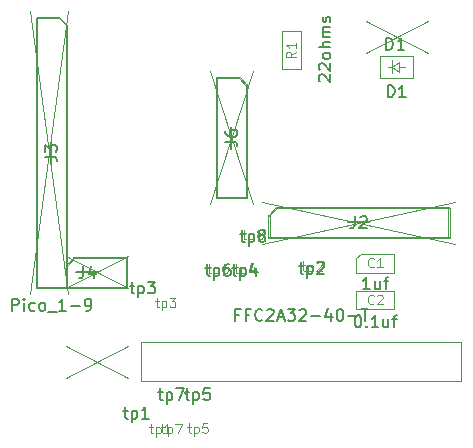
<source format=gbr>
%TF.GenerationSoftware,KiCad,Pcbnew,9.0.0*%
%TF.CreationDate,2025-05-12T14:44:43+01:00*%
%TF.ProjectId,KiCAD_uPicomac3_2,4b694341-445f-4755-9069-636f6d616333,rev?*%
%TF.SameCoordinates,Original*%
%TF.FileFunction,AssemblyDrawing,Top*%
%FSLAX46Y46*%
G04 Gerber Fmt 4.6, Leading zero omitted, Abs format (unit mm)*
G04 Created by KiCad (PCBNEW 9.0.0) date 2025-05-12 14:44:43*
%MOMM*%
%LPD*%
G01*
G04 APERTURE LIST*
%ADD10C,0.150000*%
%ADD11C,0.125000*%
%ADD12C,0.120000*%
%ADD13C,0.100000*%
%ADD14C,0.200000*%
G04 APERTURE END LIST*
D10*
X118639972Y-74677140D02*
X118306639Y-74677140D01*
X118306639Y-75200950D02*
X118306639Y-74200950D01*
X118306639Y-74200950D02*
X118782829Y-74200950D01*
X119497115Y-74677140D02*
X119163782Y-74677140D01*
X119163782Y-75200950D02*
X119163782Y-74200950D01*
X119163782Y-74200950D02*
X119639972Y-74200950D01*
X120592353Y-75105711D02*
X120544734Y-75153331D01*
X120544734Y-75153331D02*
X120401877Y-75200950D01*
X120401877Y-75200950D02*
X120306639Y-75200950D01*
X120306639Y-75200950D02*
X120163782Y-75153331D01*
X120163782Y-75153331D02*
X120068544Y-75058092D01*
X120068544Y-75058092D02*
X120020925Y-74962854D01*
X120020925Y-74962854D02*
X119973306Y-74772378D01*
X119973306Y-74772378D02*
X119973306Y-74629521D01*
X119973306Y-74629521D02*
X120020925Y-74439045D01*
X120020925Y-74439045D02*
X120068544Y-74343807D01*
X120068544Y-74343807D02*
X120163782Y-74248569D01*
X120163782Y-74248569D02*
X120306639Y-74200950D01*
X120306639Y-74200950D02*
X120401877Y-74200950D01*
X120401877Y-74200950D02*
X120544734Y-74248569D01*
X120544734Y-74248569D02*
X120592353Y-74296188D01*
X120973306Y-74296188D02*
X121020925Y-74248569D01*
X121020925Y-74248569D02*
X121116163Y-74200950D01*
X121116163Y-74200950D02*
X121354258Y-74200950D01*
X121354258Y-74200950D02*
X121449496Y-74248569D01*
X121449496Y-74248569D02*
X121497115Y-74296188D01*
X121497115Y-74296188D02*
X121544734Y-74391426D01*
X121544734Y-74391426D02*
X121544734Y-74486664D01*
X121544734Y-74486664D02*
X121497115Y-74629521D01*
X121497115Y-74629521D02*
X120925687Y-75200950D01*
X120925687Y-75200950D02*
X121544734Y-75200950D01*
X121925687Y-74915235D02*
X122401877Y-74915235D01*
X121830449Y-75200950D02*
X122163782Y-74200950D01*
X122163782Y-74200950D02*
X122497115Y-75200950D01*
X122735211Y-74200950D02*
X123354258Y-74200950D01*
X123354258Y-74200950D02*
X123020925Y-74581902D01*
X123020925Y-74581902D02*
X123163782Y-74581902D01*
X123163782Y-74581902D02*
X123259020Y-74629521D01*
X123259020Y-74629521D02*
X123306639Y-74677140D01*
X123306639Y-74677140D02*
X123354258Y-74772378D01*
X123354258Y-74772378D02*
X123354258Y-75010473D01*
X123354258Y-75010473D02*
X123306639Y-75105711D01*
X123306639Y-75105711D02*
X123259020Y-75153331D01*
X123259020Y-75153331D02*
X123163782Y-75200950D01*
X123163782Y-75200950D02*
X122878068Y-75200950D01*
X122878068Y-75200950D02*
X122782830Y-75153331D01*
X122782830Y-75153331D02*
X122735211Y-75105711D01*
X123735211Y-74296188D02*
X123782830Y-74248569D01*
X123782830Y-74248569D02*
X123878068Y-74200950D01*
X123878068Y-74200950D02*
X124116163Y-74200950D01*
X124116163Y-74200950D02*
X124211401Y-74248569D01*
X124211401Y-74248569D02*
X124259020Y-74296188D01*
X124259020Y-74296188D02*
X124306639Y-74391426D01*
X124306639Y-74391426D02*
X124306639Y-74486664D01*
X124306639Y-74486664D02*
X124259020Y-74629521D01*
X124259020Y-74629521D02*
X123687592Y-75200950D01*
X123687592Y-75200950D02*
X124306639Y-75200950D01*
X124735211Y-74819997D02*
X125497116Y-74819997D01*
X126401877Y-74534283D02*
X126401877Y-75200950D01*
X126163782Y-74153331D02*
X125925687Y-74867616D01*
X125925687Y-74867616D02*
X126544734Y-74867616D01*
X127116163Y-74200950D02*
X127211401Y-74200950D01*
X127211401Y-74200950D02*
X127306639Y-74248569D01*
X127306639Y-74248569D02*
X127354258Y-74296188D01*
X127354258Y-74296188D02*
X127401877Y-74391426D01*
X127401877Y-74391426D02*
X127449496Y-74581902D01*
X127449496Y-74581902D02*
X127449496Y-74819997D01*
X127449496Y-74819997D02*
X127401877Y-75010473D01*
X127401877Y-75010473D02*
X127354258Y-75105711D01*
X127354258Y-75105711D02*
X127306639Y-75153331D01*
X127306639Y-75153331D02*
X127211401Y-75200950D01*
X127211401Y-75200950D02*
X127116163Y-75200950D01*
X127116163Y-75200950D02*
X127020925Y-75153331D01*
X127020925Y-75153331D02*
X126973306Y-75105711D01*
X126973306Y-75105711D02*
X126925687Y-75010473D01*
X126925687Y-75010473D02*
X126878068Y-74819997D01*
X126878068Y-74819997D02*
X126878068Y-74581902D01*
X126878068Y-74581902D02*
X126925687Y-74391426D01*
X126925687Y-74391426D02*
X126973306Y-74296188D01*
X126973306Y-74296188D02*
X127020925Y-74248569D01*
X127020925Y-74248569D02*
X127116163Y-74200950D01*
X127878068Y-74819997D02*
X128639973Y-74819997D01*
X128973306Y-74200950D02*
X129544734Y-74200950D01*
X129259020Y-75200950D02*
X129259020Y-74200950D01*
D11*
X111031993Y-84205854D02*
X111336755Y-84205854D01*
X111146279Y-83939188D02*
X111146279Y-84624902D01*
X111146279Y-84624902D02*
X111184374Y-84701093D01*
X111184374Y-84701093D02*
X111260564Y-84739188D01*
X111260564Y-84739188D02*
X111336755Y-84739188D01*
X111603422Y-84205854D02*
X111603422Y-85005854D01*
X111603422Y-84243950D02*
X111679612Y-84205854D01*
X111679612Y-84205854D02*
X111831993Y-84205854D01*
X111831993Y-84205854D02*
X111908184Y-84243950D01*
X111908184Y-84243950D02*
X111946279Y-84282045D01*
X111946279Y-84282045D02*
X111984374Y-84358235D01*
X111984374Y-84358235D02*
X111984374Y-84586807D01*
X111984374Y-84586807D02*
X111946279Y-84662997D01*
X111946279Y-84662997D02*
X111908184Y-84701093D01*
X111908184Y-84701093D02*
X111831993Y-84739188D01*
X111831993Y-84739188D02*
X111679612Y-84739188D01*
X111679612Y-84739188D02*
X111603422Y-84701093D01*
X112746279Y-84739188D02*
X112289136Y-84739188D01*
X112517708Y-84739188D02*
X112517708Y-83939188D01*
X112517708Y-83939188D02*
X112441517Y-84053473D01*
X112441517Y-84053473D02*
X112365327Y-84129664D01*
X112365327Y-84129664D02*
X112289136Y-84167759D01*
D10*
X108821840Y-82812285D02*
X109202792Y-82812285D01*
X108964697Y-82478952D02*
X108964697Y-83336094D01*
X108964697Y-83336094D02*
X109012316Y-83431333D01*
X109012316Y-83431333D02*
X109107554Y-83478952D01*
X109107554Y-83478952D02*
X109202792Y-83478952D01*
X109536126Y-82812285D02*
X109536126Y-83812285D01*
X109536126Y-82859904D02*
X109631364Y-82812285D01*
X109631364Y-82812285D02*
X109821840Y-82812285D01*
X109821840Y-82812285D02*
X109917078Y-82859904D01*
X109917078Y-82859904D02*
X109964697Y-82907523D01*
X109964697Y-82907523D02*
X110012316Y-83002761D01*
X110012316Y-83002761D02*
X110012316Y-83288475D01*
X110012316Y-83288475D02*
X109964697Y-83383713D01*
X109964697Y-83383713D02*
X109917078Y-83431333D01*
X109917078Y-83431333D02*
X109821840Y-83478952D01*
X109821840Y-83478952D02*
X109631364Y-83478952D01*
X109631364Y-83478952D02*
X109536126Y-83431333D01*
X110964697Y-83478952D02*
X110393269Y-83478952D01*
X110678983Y-83478952D02*
X110678983Y-82478952D01*
X110678983Y-82478952D02*
X110583745Y-82621809D01*
X110583745Y-82621809D02*
X110488507Y-82717047D01*
X110488507Y-82717047D02*
X110393269Y-82764666D01*
X117459819Y-60033333D02*
X118174104Y-60033333D01*
X118174104Y-60033333D02*
X118316961Y-60080952D01*
X118316961Y-60080952D02*
X118412200Y-60176190D01*
X118412200Y-60176190D02*
X118459819Y-60319047D01*
X118459819Y-60319047D02*
X118459819Y-60414285D01*
X117459819Y-59128571D02*
X117459819Y-59319047D01*
X117459819Y-59319047D02*
X117507438Y-59414285D01*
X117507438Y-59414285D02*
X117555057Y-59461904D01*
X117555057Y-59461904D02*
X117697914Y-59557142D01*
X117697914Y-59557142D02*
X117888390Y-59604761D01*
X117888390Y-59604761D02*
X118269342Y-59604761D01*
X118269342Y-59604761D02*
X118364580Y-59557142D01*
X118364580Y-59557142D02*
X118412200Y-59509523D01*
X118412200Y-59509523D02*
X118459819Y-59414285D01*
X118459819Y-59414285D02*
X118459819Y-59223809D01*
X118459819Y-59223809D02*
X118412200Y-59128571D01*
X118412200Y-59128571D02*
X118364580Y-59080952D01*
X118364580Y-59080952D02*
X118269342Y-59033333D01*
X118269342Y-59033333D02*
X118031247Y-59033333D01*
X118031247Y-59033333D02*
X117936009Y-59080952D01*
X117936009Y-59080952D02*
X117888390Y-59128571D01*
X117888390Y-59128571D02*
X117840771Y-59223809D01*
X117840771Y-59223809D02*
X117840771Y-59414285D01*
X117840771Y-59414285D02*
X117888390Y-59509523D01*
X117888390Y-59509523D02*
X117936009Y-59557142D01*
X117936009Y-59557142D02*
X118031247Y-59604761D01*
X117959819Y-60633576D02*
X117959819Y-58808333D01*
X129690897Y-72530422D02*
X129119469Y-72530422D01*
X129405183Y-72530422D02*
X129405183Y-71530422D01*
X129405183Y-71530422D02*
X129309945Y-71673279D01*
X129309945Y-71673279D02*
X129214707Y-71768517D01*
X129214707Y-71768517D02*
X129119469Y-71816136D01*
X130548040Y-71863755D02*
X130548040Y-72530422D01*
X130119469Y-71863755D02*
X130119469Y-72387564D01*
X130119469Y-72387564D02*
X130167088Y-72482803D01*
X130167088Y-72482803D02*
X130262326Y-72530422D01*
X130262326Y-72530422D02*
X130405183Y-72530422D01*
X130405183Y-72530422D02*
X130500421Y-72482803D01*
X130500421Y-72482803D02*
X130548040Y-72435183D01*
X130881374Y-71863755D02*
X131262326Y-71863755D01*
X131024231Y-72530422D02*
X131024231Y-71673279D01*
X131024231Y-71673279D02*
X131071850Y-71578041D01*
X131071850Y-71578041D02*
X131167088Y-71530422D01*
X131167088Y-71530422D02*
X131262326Y-71530422D01*
D12*
X130009946Y-70613267D02*
X129971850Y-70651363D01*
X129971850Y-70651363D02*
X129857565Y-70689458D01*
X129857565Y-70689458D02*
X129781374Y-70689458D01*
X129781374Y-70689458D02*
X129667088Y-70651363D01*
X129667088Y-70651363D02*
X129590898Y-70575172D01*
X129590898Y-70575172D02*
X129552803Y-70498982D01*
X129552803Y-70498982D02*
X129514707Y-70346601D01*
X129514707Y-70346601D02*
X129514707Y-70232315D01*
X129514707Y-70232315D02*
X129552803Y-70079934D01*
X129552803Y-70079934D02*
X129590898Y-70003743D01*
X129590898Y-70003743D02*
X129667088Y-69927553D01*
X129667088Y-69927553D02*
X129781374Y-69889458D01*
X129781374Y-69889458D02*
X129857565Y-69889458D01*
X129857565Y-69889458D02*
X129971850Y-69927553D01*
X129971850Y-69927553D02*
X130009946Y-69965648D01*
X130771850Y-70689458D02*
X130314707Y-70689458D01*
X130543279Y-70689458D02*
X130543279Y-69889458D01*
X130543279Y-69889458D02*
X130467088Y-70003743D01*
X130467088Y-70003743D02*
X130390898Y-70079934D01*
X130390898Y-70079934D02*
X130314707Y-70118029D01*
D10*
X128648279Y-74745422D02*
X128743517Y-74745422D01*
X128743517Y-74745422D02*
X128838755Y-74793041D01*
X128838755Y-74793041D02*
X128886374Y-74840660D01*
X128886374Y-74840660D02*
X128933993Y-74935898D01*
X128933993Y-74935898D02*
X128981612Y-75126374D01*
X128981612Y-75126374D02*
X128981612Y-75364469D01*
X128981612Y-75364469D02*
X128933993Y-75554945D01*
X128933993Y-75554945D02*
X128886374Y-75650183D01*
X128886374Y-75650183D02*
X128838755Y-75697803D01*
X128838755Y-75697803D02*
X128743517Y-75745422D01*
X128743517Y-75745422D02*
X128648279Y-75745422D01*
X128648279Y-75745422D02*
X128553041Y-75697803D01*
X128553041Y-75697803D02*
X128505422Y-75650183D01*
X128505422Y-75650183D02*
X128457803Y-75554945D01*
X128457803Y-75554945D02*
X128410184Y-75364469D01*
X128410184Y-75364469D02*
X128410184Y-75126374D01*
X128410184Y-75126374D02*
X128457803Y-74935898D01*
X128457803Y-74935898D02*
X128505422Y-74840660D01*
X128505422Y-74840660D02*
X128553041Y-74793041D01*
X128553041Y-74793041D02*
X128648279Y-74745422D01*
X129410184Y-75650183D02*
X129457803Y-75697803D01*
X129457803Y-75697803D02*
X129410184Y-75745422D01*
X129410184Y-75745422D02*
X129362565Y-75697803D01*
X129362565Y-75697803D02*
X129410184Y-75650183D01*
X129410184Y-75650183D02*
X129410184Y-75745422D01*
X130410183Y-75745422D02*
X129838755Y-75745422D01*
X130124469Y-75745422D02*
X130124469Y-74745422D01*
X130124469Y-74745422D02*
X130029231Y-74888279D01*
X130029231Y-74888279D02*
X129933993Y-74983517D01*
X129933993Y-74983517D02*
X129838755Y-75031136D01*
X131267326Y-75078755D02*
X131267326Y-75745422D01*
X130838755Y-75078755D02*
X130838755Y-75602564D01*
X130838755Y-75602564D02*
X130886374Y-75697803D01*
X130886374Y-75697803D02*
X130981612Y-75745422D01*
X130981612Y-75745422D02*
X131124469Y-75745422D01*
X131124469Y-75745422D02*
X131219707Y-75697803D01*
X131219707Y-75697803D02*
X131267326Y-75650183D01*
X131600660Y-75078755D02*
X131981612Y-75078755D01*
X131743517Y-75745422D02*
X131743517Y-74888279D01*
X131743517Y-74888279D02*
X131791136Y-74793041D01*
X131791136Y-74793041D02*
X131886374Y-74745422D01*
X131886374Y-74745422D02*
X131981612Y-74745422D01*
D12*
X130014946Y-73728267D02*
X129976850Y-73766363D01*
X129976850Y-73766363D02*
X129862565Y-73804458D01*
X129862565Y-73804458D02*
X129786374Y-73804458D01*
X129786374Y-73804458D02*
X129672088Y-73766363D01*
X129672088Y-73766363D02*
X129595898Y-73690172D01*
X129595898Y-73690172D02*
X129557803Y-73613982D01*
X129557803Y-73613982D02*
X129519707Y-73461601D01*
X129519707Y-73461601D02*
X129519707Y-73347315D01*
X129519707Y-73347315D02*
X129557803Y-73194934D01*
X129557803Y-73194934D02*
X129595898Y-73118743D01*
X129595898Y-73118743D02*
X129672088Y-73042553D01*
X129672088Y-73042553D02*
X129786374Y-73004458D01*
X129786374Y-73004458D02*
X129862565Y-73004458D01*
X129862565Y-73004458D02*
X129976850Y-73042553D01*
X129976850Y-73042553D02*
X130014946Y-73080648D01*
X130319707Y-73080648D02*
X130357803Y-73042553D01*
X130357803Y-73042553D02*
X130433993Y-73004458D01*
X130433993Y-73004458D02*
X130624469Y-73004458D01*
X130624469Y-73004458D02*
X130700660Y-73042553D01*
X130700660Y-73042553D02*
X130738755Y-73080648D01*
X130738755Y-73080648D02*
X130776850Y-73156839D01*
X130776850Y-73156839D02*
X130776850Y-73233029D01*
X130776850Y-73233029D02*
X130738755Y-73347315D01*
X130738755Y-73347315D02*
X130281612Y-73804458D01*
X130281612Y-73804458D02*
X130776850Y-73804458D01*
D11*
X115953266Y-70630261D02*
X116258028Y-70630261D01*
X116067552Y-70363595D02*
X116067552Y-71049309D01*
X116067552Y-71049309D02*
X116105647Y-71125500D01*
X116105647Y-71125500D02*
X116181837Y-71163595D01*
X116181837Y-71163595D02*
X116258028Y-71163595D01*
X116524695Y-70630261D02*
X116524695Y-71430261D01*
X116524695Y-70668357D02*
X116600885Y-70630261D01*
X116600885Y-70630261D02*
X116753266Y-70630261D01*
X116753266Y-70630261D02*
X116829457Y-70668357D01*
X116829457Y-70668357D02*
X116867552Y-70706452D01*
X116867552Y-70706452D02*
X116905647Y-70782642D01*
X116905647Y-70782642D02*
X116905647Y-71011214D01*
X116905647Y-71011214D02*
X116867552Y-71087404D01*
X116867552Y-71087404D02*
X116829457Y-71125500D01*
X116829457Y-71125500D02*
X116753266Y-71163595D01*
X116753266Y-71163595D02*
X116600885Y-71163595D01*
X116600885Y-71163595D02*
X116524695Y-71125500D01*
X117591362Y-70363595D02*
X117438981Y-70363595D01*
X117438981Y-70363595D02*
X117362790Y-70401690D01*
X117362790Y-70401690D02*
X117324695Y-70439785D01*
X117324695Y-70439785D02*
X117248505Y-70554071D01*
X117248505Y-70554071D02*
X117210409Y-70706452D01*
X117210409Y-70706452D02*
X117210409Y-71011214D01*
X117210409Y-71011214D02*
X117248505Y-71087404D01*
X117248505Y-71087404D02*
X117286600Y-71125500D01*
X117286600Y-71125500D02*
X117362790Y-71163595D01*
X117362790Y-71163595D02*
X117515171Y-71163595D01*
X117515171Y-71163595D02*
X117591362Y-71125500D01*
X117591362Y-71125500D02*
X117629457Y-71087404D01*
X117629457Y-71087404D02*
X117667552Y-71011214D01*
X117667552Y-71011214D02*
X117667552Y-70820738D01*
X117667552Y-70820738D02*
X117629457Y-70744547D01*
X117629457Y-70744547D02*
X117591362Y-70706452D01*
X117591362Y-70706452D02*
X117515171Y-70668357D01*
X117515171Y-70668357D02*
X117362790Y-70668357D01*
X117362790Y-70668357D02*
X117286600Y-70706452D01*
X117286600Y-70706452D02*
X117248505Y-70744547D01*
X117248505Y-70744547D02*
X117210409Y-70820738D01*
D10*
X115761322Y-70723320D02*
X116142274Y-70723320D01*
X115904179Y-70389987D02*
X115904179Y-71247129D01*
X115904179Y-71247129D02*
X115951798Y-71342368D01*
X115951798Y-71342368D02*
X116047036Y-71389987D01*
X116047036Y-71389987D02*
X116142274Y-71389987D01*
X116475608Y-70723320D02*
X116475608Y-71723320D01*
X116475608Y-70770939D02*
X116570846Y-70723320D01*
X116570846Y-70723320D02*
X116761322Y-70723320D01*
X116761322Y-70723320D02*
X116856560Y-70770939D01*
X116856560Y-70770939D02*
X116904179Y-70818558D01*
X116904179Y-70818558D02*
X116951798Y-70913796D01*
X116951798Y-70913796D02*
X116951798Y-71199510D01*
X116951798Y-71199510D02*
X116904179Y-71294748D01*
X116904179Y-71294748D02*
X116856560Y-71342368D01*
X116856560Y-71342368D02*
X116761322Y-71389987D01*
X116761322Y-71389987D02*
X116570846Y-71389987D01*
X116570846Y-71389987D02*
X116475608Y-71342368D01*
X117808941Y-70389987D02*
X117618465Y-70389987D01*
X117618465Y-70389987D02*
X117523227Y-70437606D01*
X117523227Y-70437606D02*
X117475608Y-70485225D01*
X117475608Y-70485225D02*
X117380370Y-70628082D01*
X117380370Y-70628082D02*
X117332751Y-70818558D01*
X117332751Y-70818558D02*
X117332751Y-71199510D01*
X117332751Y-71199510D02*
X117380370Y-71294748D01*
X117380370Y-71294748D02*
X117427989Y-71342368D01*
X117427989Y-71342368D02*
X117523227Y-71389987D01*
X117523227Y-71389987D02*
X117713703Y-71389987D01*
X117713703Y-71389987D02*
X117808941Y-71342368D01*
X117808941Y-71342368D02*
X117856560Y-71294748D01*
X117856560Y-71294748D02*
X117904179Y-71199510D01*
X117904179Y-71199510D02*
X117904179Y-70961415D01*
X117904179Y-70961415D02*
X117856560Y-70866177D01*
X117856560Y-70866177D02*
X117808941Y-70818558D01*
X117808941Y-70818558D02*
X117713703Y-70770939D01*
X117713703Y-70770939D02*
X117523227Y-70770939D01*
X117523227Y-70770939D02*
X117427989Y-70818558D01*
X117427989Y-70818558D02*
X117380370Y-70866177D01*
X117380370Y-70866177D02*
X117332751Y-70961415D01*
X128433469Y-66358873D02*
X128433469Y-67073158D01*
X128433469Y-67073158D02*
X128385850Y-67216015D01*
X128385850Y-67216015D02*
X128290612Y-67311254D01*
X128290612Y-67311254D02*
X128147755Y-67358873D01*
X128147755Y-67358873D02*
X128052517Y-67358873D01*
X128862041Y-66454111D02*
X128909660Y-66406492D01*
X128909660Y-66406492D02*
X129004898Y-66358873D01*
X129004898Y-66358873D02*
X129242993Y-66358873D01*
X129242993Y-66358873D02*
X129338231Y-66406492D01*
X129338231Y-66406492D02*
X129385850Y-66454111D01*
X129385850Y-66454111D02*
X129433469Y-66549349D01*
X129433469Y-66549349D02*
X129433469Y-66644587D01*
X129433469Y-66644587D02*
X129385850Y-66787444D01*
X129385850Y-66787444D02*
X128814422Y-67358873D01*
X128814422Y-67358873D02*
X129433469Y-67358873D01*
X127833226Y-66858873D02*
X129658469Y-66858873D01*
X99406667Y-74344819D02*
X99406667Y-73344819D01*
X99406667Y-73344819D02*
X99787619Y-73344819D01*
X99787619Y-73344819D02*
X99882857Y-73392438D01*
X99882857Y-73392438D02*
X99930476Y-73440057D01*
X99930476Y-73440057D02*
X99978095Y-73535295D01*
X99978095Y-73535295D02*
X99978095Y-73678152D01*
X99978095Y-73678152D02*
X99930476Y-73773390D01*
X99930476Y-73773390D02*
X99882857Y-73821009D01*
X99882857Y-73821009D02*
X99787619Y-73868628D01*
X99787619Y-73868628D02*
X99406667Y-73868628D01*
X100406667Y-74344819D02*
X100406667Y-73678152D01*
X100406667Y-73344819D02*
X100359048Y-73392438D01*
X100359048Y-73392438D02*
X100406667Y-73440057D01*
X100406667Y-73440057D02*
X100454286Y-73392438D01*
X100454286Y-73392438D02*
X100406667Y-73344819D01*
X100406667Y-73344819D02*
X100406667Y-73440057D01*
X101311428Y-74297200D02*
X101216190Y-74344819D01*
X101216190Y-74344819D02*
X101025714Y-74344819D01*
X101025714Y-74344819D02*
X100930476Y-74297200D01*
X100930476Y-74297200D02*
X100882857Y-74249580D01*
X100882857Y-74249580D02*
X100835238Y-74154342D01*
X100835238Y-74154342D02*
X100835238Y-73868628D01*
X100835238Y-73868628D02*
X100882857Y-73773390D01*
X100882857Y-73773390D02*
X100930476Y-73725771D01*
X100930476Y-73725771D02*
X101025714Y-73678152D01*
X101025714Y-73678152D02*
X101216190Y-73678152D01*
X101216190Y-73678152D02*
X101311428Y-73725771D01*
X101882857Y-74344819D02*
X101787619Y-74297200D01*
X101787619Y-74297200D02*
X101740000Y-74249580D01*
X101740000Y-74249580D02*
X101692381Y-74154342D01*
X101692381Y-74154342D02*
X101692381Y-73868628D01*
X101692381Y-73868628D02*
X101740000Y-73773390D01*
X101740000Y-73773390D02*
X101787619Y-73725771D01*
X101787619Y-73725771D02*
X101882857Y-73678152D01*
X101882857Y-73678152D02*
X102025714Y-73678152D01*
X102025714Y-73678152D02*
X102120952Y-73725771D01*
X102120952Y-73725771D02*
X102168571Y-73773390D01*
X102168571Y-73773390D02*
X102216190Y-73868628D01*
X102216190Y-73868628D02*
X102216190Y-74154342D01*
X102216190Y-74154342D02*
X102168571Y-74249580D01*
X102168571Y-74249580D02*
X102120952Y-74297200D01*
X102120952Y-74297200D02*
X102025714Y-74344819D01*
X102025714Y-74344819D02*
X101882857Y-74344819D01*
X102406667Y-74440057D02*
X103168571Y-74440057D01*
X103930476Y-74344819D02*
X103359048Y-74344819D01*
X103644762Y-74344819D02*
X103644762Y-73344819D01*
X103644762Y-73344819D02*
X103549524Y-73487676D01*
X103549524Y-73487676D02*
X103454286Y-73582914D01*
X103454286Y-73582914D02*
X103359048Y-73630533D01*
X104359048Y-73963866D02*
X105120953Y-73963866D01*
X105644762Y-74344819D02*
X105835238Y-74344819D01*
X105835238Y-74344819D02*
X105930476Y-74297200D01*
X105930476Y-74297200D02*
X105978095Y-74249580D01*
X105978095Y-74249580D02*
X106073333Y-74106723D01*
X106073333Y-74106723D02*
X106120952Y-73916247D01*
X106120952Y-73916247D02*
X106120952Y-73535295D01*
X106120952Y-73535295D02*
X106073333Y-73440057D01*
X106073333Y-73440057D02*
X106025714Y-73392438D01*
X106025714Y-73392438D02*
X105930476Y-73344819D01*
X105930476Y-73344819D02*
X105740000Y-73344819D01*
X105740000Y-73344819D02*
X105644762Y-73392438D01*
X105644762Y-73392438D02*
X105597143Y-73440057D01*
X105597143Y-73440057D02*
X105549524Y-73535295D01*
X105549524Y-73535295D02*
X105549524Y-73773390D01*
X105549524Y-73773390D02*
X105597143Y-73868628D01*
X105597143Y-73868628D02*
X105644762Y-73916247D01*
X105644762Y-73916247D02*
X105740000Y-73963866D01*
X105740000Y-73963866D02*
X105930476Y-73963866D01*
X105930476Y-73963866D02*
X106025714Y-73916247D01*
X106025714Y-73916247D02*
X106073333Y-73868628D01*
X106073333Y-73868628D02*
X106120952Y-73773390D01*
X102194819Y-61293333D02*
X102909104Y-61293333D01*
X102909104Y-61293333D02*
X103051961Y-61340952D01*
X103051961Y-61340952D02*
X103147200Y-61436190D01*
X103147200Y-61436190D02*
X103194819Y-61579047D01*
X103194819Y-61579047D02*
X103194819Y-61674285D01*
X102194819Y-60912380D02*
X102194819Y-60293333D01*
X102194819Y-60293333D02*
X102575771Y-60626666D01*
X102575771Y-60626666D02*
X102575771Y-60483809D01*
X102575771Y-60483809D02*
X102623390Y-60388571D01*
X102623390Y-60388571D02*
X102671009Y-60340952D01*
X102671009Y-60340952D02*
X102766247Y-60293333D01*
X102766247Y-60293333D02*
X103004342Y-60293333D01*
X103004342Y-60293333D02*
X103099580Y-60340952D01*
X103099580Y-60340952D02*
X103147200Y-60388571D01*
X103147200Y-60388571D02*
X103194819Y-60483809D01*
X103194819Y-60483809D02*
X103194819Y-60769523D01*
X103194819Y-60769523D02*
X103147200Y-60864761D01*
X103147200Y-60864761D02*
X103099580Y-60912380D01*
X102694819Y-61893576D02*
X102694819Y-60068333D01*
D11*
X118895418Y-67745838D02*
X119200180Y-67745838D01*
X119009704Y-67479172D02*
X119009704Y-68164886D01*
X119009704Y-68164886D02*
X119047799Y-68241077D01*
X119047799Y-68241077D02*
X119123989Y-68279172D01*
X119123989Y-68279172D02*
X119200180Y-68279172D01*
X119466847Y-67745838D02*
X119466847Y-68545838D01*
X119466847Y-67783934D02*
X119543037Y-67745838D01*
X119543037Y-67745838D02*
X119695418Y-67745838D01*
X119695418Y-67745838D02*
X119771609Y-67783934D01*
X119771609Y-67783934D02*
X119809704Y-67822029D01*
X119809704Y-67822029D02*
X119847799Y-67898219D01*
X119847799Y-67898219D02*
X119847799Y-68126791D01*
X119847799Y-68126791D02*
X119809704Y-68202981D01*
X119809704Y-68202981D02*
X119771609Y-68241077D01*
X119771609Y-68241077D02*
X119695418Y-68279172D01*
X119695418Y-68279172D02*
X119543037Y-68279172D01*
X119543037Y-68279172D02*
X119466847Y-68241077D01*
X120304942Y-67822029D02*
X120228752Y-67783934D01*
X120228752Y-67783934D02*
X120190657Y-67745838D01*
X120190657Y-67745838D02*
X120152561Y-67669648D01*
X120152561Y-67669648D02*
X120152561Y-67631553D01*
X120152561Y-67631553D02*
X120190657Y-67555362D01*
X120190657Y-67555362D02*
X120228752Y-67517267D01*
X120228752Y-67517267D02*
X120304942Y-67479172D01*
X120304942Y-67479172D02*
X120457323Y-67479172D01*
X120457323Y-67479172D02*
X120533514Y-67517267D01*
X120533514Y-67517267D02*
X120571609Y-67555362D01*
X120571609Y-67555362D02*
X120609704Y-67631553D01*
X120609704Y-67631553D02*
X120609704Y-67669648D01*
X120609704Y-67669648D02*
X120571609Y-67745838D01*
X120571609Y-67745838D02*
X120533514Y-67783934D01*
X120533514Y-67783934D02*
X120457323Y-67822029D01*
X120457323Y-67822029D02*
X120304942Y-67822029D01*
X120304942Y-67822029D02*
X120228752Y-67860124D01*
X120228752Y-67860124D02*
X120190657Y-67898219D01*
X120190657Y-67898219D02*
X120152561Y-67974410D01*
X120152561Y-67974410D02*
X120152561Y-68126791D01*
X120152561Y-68126791D02*
X120190657Y-68202981D01*
X120190657Y-68202981D02*
X120228752Y-68241077D01*
X120228752Y-68241077D02*
X120304942Y-68279172D01*
X120304942Y-68279172D02*
X120457323Y-68279172D01*
X120457323Y-68279172D02*
X120533514Y-68241077D01*
X120533514Y-68241077D02*
X120571609Y-68202981D01*
X120571609Y-68202981D02*
X120609704Y-68126791D01*
X120609704Y-68126791D02*
X120609704Y-67974410D01*
X120609704Y-67974410D02*
X120571609Y-67898219D01*
X120571609Y-67898219D02*
X120533514Y-67860124D01*
X120533514Y-67860124D02*
X120457323Y-67822029D01*
D10*
X118703474Y-67838897D02*
X119084426Y-67838897D01*
X118846331Y-67505564D02*
X118846331Y-68362706D01*
X118846331Y-68362706D02*
X118893950Y-68457945D01*
X118893950Y-68457945D02*
X118989188Y-68505564D01*
X118989188Y-68505564D02*
X119084426Y-68505564D01*
X119417760Y-67838897D02*
X119417760Y-68838897D01*
X119417760Y-67886516D02*
X119512998Y-67838897D01*
X119512998Y-67838897D02*
X119703474Y-67838897D01*
X119703474Y-67838897D02*
X119798712Y-67886516D01*
X119798712Y-67886516D02*
X119846331Y-67934135D01*
X119846331Y-67934135D02*
X119893950Y-68029373D01*
X119893950Y-68029373D02*
X119893950Y-68315087D01*
X119893950Y-68315087D02*
X119846331Y-68410325D01*
X119846331Y-68410325D02*
X119798712Y-68457945D01*
X119798712Y-68457945D02*
X119703474Y-68505564D01*
X119703474Y-68505564D02*
X119512998Y-68505564D01*
X119512998Y-68505564D02*
X119417760Y-68457945D01*
X120465379Y-67934135D02*
X120370141Y-67886516D01*
X120370141Y-67886516D02*
X120322522Y-67838897D01*
X120322522Y-67838897D02*
X120274903Y-67743659D01*
X120274903Y-67743659D02*
X120274903Y-67696040D01*
X120274903Y-67696040D02*
X120322522Y-67600802D01*
X120322522Y-67600802D02*
X120370141Y-67553183D01*
X120370141Y-67553183D02*
X120465379Y-67505564D01*
X120465379Y-67505564D02*
X120655855Y-67505564D01*
X120655855Y-67505564D02*
X120751093Y-67553183D01*
X120751093Y-67553183D02*
X120798712Y-67600802D01*
X120798712Y-67600802D02*
X120846331Y-67696040D01*
X120846331Y-67696040D02*
X120846331Y-67743659D01*
X120846331Y-67743659D02*
X120798712Y-67838897D01*
X120798712Y-67838897D02*
X120751093Y-67886516D01*
X120751093Y-67886516D02*
X120655855Y-67934135D01*
X120655855Y-67934135D02*
X120465379Y-67934135D01*
X120465379Y-67934135D02*
X120370141Y-67981754D01*
X120370141Y-67981754D02*
X120322522Y-68029373D01*
X120322522Y-68029373D02*
X120274903Y-68124611D01*
X120274903Y-68124611D02*
X120274903Y-68315087D01*
X120274903Y-68315087D02*
X120322522Y-68410325D01*
X120322522Y-68410325D02*
X120370141Y-68457945D01*
X120370141Y-68457945D02*
X120465379Y-68505564D01*
X120465379Y-68505564D02*
X120655855Y-68505564D01*
X120655855Y-68505564D02*
X120751093Y-68457945D01*
X120751093Y-68457945D02*
X120798712Y-68410325D01*
X120798712Y-68410325D02*
X120846331Y-68315087D01*
X120846331Y-68315087D02*
X120846331Y-68124611D01*
X120846331Y-68124611D02*
X120798712Y-68029373D01*
X120798712Y-68029373D02*
X120751093Y-67981754D01*
X120751093Y-67981754D02*
X120655855Y-67934135D01*
X131211905Y-56264819D02*
X131211905Y-55264819D01*
X131211905Y-55264819D02*
X131450000Y-55264819D01*
X131450000Y-55264819D02*
X131592857Y-55312438D01*
X131592857Y-55312438D02*
X131688095Y-55407676D01*
X131688095Y-55407676D02*
X131735714Y-55502914D01*
X131735714Y-55502914D02*
X131783333Y-55693390D01*
X131783333Y-55693390D02*
X131783333Y-55836247D01*
X131783333Y-55836247D02*
X131735714Y-56026723D01*
X131735714Y-56026723D02*
X131688095Y-56121961D01*
X131688095Y-56121961D02*
X131592857Y-56217200D01*
X131592857Y-56217200D02*
X131450000Y-56264819D01*
X131450000Y-56264819D02*
X131211905Y-56264819D01*
X132735714Y-56264819D02*
X132164286Y-56264819D01*
X132450000Y-56264819D02*
X132450000Y-55264819D01*
X132450000Y-55264819D02*
X132354762Y-55407676D01*
X132354762Y-55407676D02*
X132259524Y-55502914D01*
X132259524Y-55502914D02*
X132164286Y-55550533D01*
X131084905Y-52259819D02*
X131084905Y-51259819D01*
X131084905Y-51259819D02*
X131323000Y-51259819D01*
X131323000Y-51259819D02*
X131465857Y-51307438D01*
X131465857Y-51307438D02*
X131561095Y-51402676D01*
X131561095Y-51402676D02*
X131608714Y-51497914D01*
X131608714Y-51497914D02*
X131656333Y-51688390D01*
X131656333Y-51688390D02*
X131656333Y-51831247D01*
X131656333Y-51831247D02*
X131608714Y-52021723D01*
X131608714Y-52021723D02*
X131561095Y-52116961D01*
X131561095Y-52116961D02*
X131465857Y-52212200D01*
X131465857Y-52212200D02*
X131323000Y-52259819D01*
X131323000Y-52259819D02*
X131084905Y-52259819D01*
X132608714Y-52259819D02*
X132037286Y-52259819D01*
X132323000Y-52259819D02*
X132323000Y-51259819D01*
X132323000Y-51259819D02*
X132227762Y-51402676D01*
X132227762Y-51402676D02*
X132132524Y-51497914D01*
X132132524Y-51497914D02*
X132037286Y-51545533D01*
D11*
X112004761Y-84172196D02*
X112309523Y-84172196D01*
X112119047Y-83905530D02*
X112119047Y-84591244D01*
X112119047Y-84591244D02*
X112157142Y-84667435D01*
X112157142Y-84667435D02*
X112233332Y-84705530D01*
X112233332Y-84705530D02*
X112309523Y-84705530D01*
X112576190Y-84172196D02*
X112576190Y-84972196D01*
X112576190Y-84210292D02*
X112652380Y-84172196D01*
X112652380Y-84172196D02*
X112804761Y-84172196D01*
X112804761Y-84172196D02*
X112880952Y-84210292D01*
X112880952Y-84210292D02*
X112919047Y-84248387D01*
X112919047Y-84248387D02*
X112957142Y-84324577D01*
X112957142Y-84324577D02*
X112957142Y-84553149D01*
X112957142Y-84553149D02*
X112919047Y-84629339D01*
X112919047Y-84629339D02*
X112880952Y-84667435D01*
X112880952Y-84667435D02*
X112804761Y-84705530D01*
X112804761Y-84705530D02*
X112652380Y-84705530D01*
X112652380Y-84705530D02*
X112576190Y-84667435D01*
X113223809Y-83905530D02*
X113757143Y-83905530D01*
X113757143Y-83905530D02*
X113414285Y-84705530D01*
D10*
X111780952Y-81258152D02*
X112161904Y-81258152D01*
X111923809Y-80924819D02*
X111923809Y-81781961D01*
X111923809Y-81781961D02*
X111971428Y-81877200D01*
X111971428Y-81877200D02*
X112066666Y-81924819D01*
X112066666Y-81924819D02*
X112161904Y-81924819D01*
X112495238Y-81258152D02*
X112495238Y-82258152D01*
X112495238Y-81305771D02*
X112590476Y-81258152D01*
X112590476Y-81258152D02*
X112780952Y-81258152D01*
X112780952Y-81258152D02*
X112876190Y-81305771D01*
X112876190Y-81305771D02*
X112923809Y-81353390D01*
X112923809Y-81353390D02*
X112971428Y-81448628D01*
X112971428Y-81448628D02*
X112971428Y-81734342D01*
X112971428Y-81734342D02*
X112923809Y-81829580D01*
X112923809Y-81829580D02*
X112876190Y-81877200D01*
X112876190Y-81877200D02*
X112780952Y-81924819D01*
X112780952Y-81924819D02*
X112590476Y-81924819D01*
X112590476Y-81924819D02*
X112495238Y-81877200D01*
X113304762Y-80924819D02*
X113971428Y-80924819D01*
X113971428Y-80924819D02*
X113542857Y-81924819D01*
D11*
X114251491Y-84152359D02*
X114556253Y-84152359D01*
X114365777Y-83885693D02*
X114365777Y-84571407D01*
X114365777Y-84571407D02*
X114403872Y-84647598D01*
X114403872Y-84647598D02*
X114480062Y-84685693D01*
X114480062Y-84685693D02*
X114556253Y-84685693D01*
X114822920Y-84152359D02*
X114822920Y-84952359D01*
X114822920Y-84190455D02*
X114899110Y-84152359D01*
X114899110Y-84152359D02*
X115051491Y-84152359D01*
X115051491Y-84152359D02*
X115127682Y-84190455D01*
X115127682Y-84190455D02*
X115165777Y-84228550D01*
X115165777Y-84228550D02*
X115203872Y-84304740D01*
X115203872Y-84304740D02*
X115203872Y-84533312D01*
X115203872Y-84533312D02*
X115165777Y-84609502D01*
X115165777Y-84609502D02*
X115127682Y-84647598D01*
X115127682Y-84647598D02*
X115051491Y-84685693D01*
X115051491Y-84685693D02*
X114899110Y-84685693D01*
X114899110Y-84685693D02*
X114822920Y-84647598D01*
X115927682Y-83885693D02*
X115546730Y-83885693D01*
X115546730Y-83885693D02*
X115508634Y-84266645D01*
X115508634Y-84266645D02*
X115546730Y-84228550D01*
X115546730Y-84228550D02*
X115622920Y-84190455D01*
X115622920Y-84190455D02*
X115813396Y-84190455D01*
X115813396Y-84190455D02*
X115889587Y-84228550D01*
X115889587Y-84228550D02*
X115927682Y-84266645D01*
X115927682Y-84266645D02*
X115965777Y-84342836D01*
X115965777Y-84342836D02*
X115965777Y-84533312D01*
X115965777Y-84533312D02*
X115927682Y-84609502D01*
X115927682Y-84609502D02*
X115889587Y-84647598D01*
X115889587Y-84647598D02*
X115813396Y-84685693D01*
X115813396Y-84685693D02*
X115622920Y-84685693D01*
X115622920Y-84685693D02*
X115546730Y-84647598D01*
X115546730Y-84647598D02*
X115508634Y-84609502D01*
D10*
X114027682Y-81238315D02*
X114408634Y-81238315D01*
X114170539Y-80904982D02*
X114170539Y-81762124D01*
X114170539Y-81762124D02*
X114218158Y-81857363D01*
X114218158Y-81857363D02*
X114313396Y-81904982D01*
X114313396Y-81904982D02*
X114408634Y-81904982D01*
X114741968Y-81238315D02*
X114741968Y-82238315D01*
X114741968Y-81285934D02*
X114837206Y-81238315D01*
X114837206Y-81238315D02*
X115027682Y-81238315D01*
X115027682Y-81238315D02*
X115122920Y-81285934D01*
X115122920Y-81285934D02*
X115170539Y-81333553D01*
X115170539Y-81333553D02*
X115218158Y-81428791D01*
X115218158Y-81428791D02*
X115218158Y-81714505D01*
X115218158Y-81714505D02*
X115170539Y-81809743D01*
X115170539Y-81809743D02*
X115122920Y-81857363D01*
X115122920Y-81857363D02*
X115027682Y-81904982D01*
X115027682Y-81904982D02*
X114837206Y-81904982D01*
X114837206Y-81904982D02*
X114741968Y-81857363D01*
X116122920Y-80904982D02*
X115646730Y-80904982D01*
X115646730Y-80904982D02*
X115599111Y-81381172D01*
X115599111Y-81381172D02*
X115646730Y-81333553D01*
X115646730Y-81333553D02*
X115741968Y-81285934D01*
X115741968Y-81285934D02*
X115980063Y-81285934D01*
X115980063Y-81285934D02*
X116075301Y-81333553D01*
X116075301Y-81333553D02*
X116122920Y-81381172D01*
X116122920Y-81381172D02*
X116170539Y-81476410D01*
X116170539Y-81476410D02*
X116170539Y-81714505D01*
X116170539Y-81714505D02*
X116122920Y-81809743D01*
X116122920Y-81809743D02*
X116075301Y-81857363D01*
X116075301Y-81857363D02*
X115980063Y-81904982D01*
X115980063Y-81904982D02*
X115741968Y-81904982D01*
X115741968Y-81904982D02*
X115646730Y-81857363D01*
X115646730Y-81857363D02*
X115599111Y-81809743D01*
D11*
X118204761Y-70630261D02*
X118509523Y-70630261D01*
X118319047Y-70363595D02*
X118319047Y-71049309D01*
X118319047Y-71049309D02*
X118357142Y-71125500D01*
X118357142Y-71125500D02*
X118433332Y-71163595D01*
X118433332Y-71163595D02*
X118509523Y-71163595D01*
X118776190Y-70630261D02*
X118776190Y-71430261D01*
X118776190Y-70668357D02*
X118852380Y-70630261D01*
X118852380Y-70630261D02*
X119004761Y-70630261D01*
X119004761Y-70630261D02*
X119080952Y-70668357D01*
X119080952Y-70668357D02*
X119119047Y-70706452D01*
X119119047Y-70706452D02*
X119157142Y-70782642D01*
X119157142Y-70782642D02*
X119157142Y-71011214D01*
X119157142Y-71011214D02*
X119119047Y-71087404D01*
X119119047Y-71087404D02*
X119080952Y-71125500D01*
X119080952Y-71125500D02*
X119004761Y-71163595D01*
X119004761Y-71163595D02*
X118852380Y-71163595D01*
X118852380Y-71163595D02*
X118776190Y-71125500D01*
X119842857Y-70630261D02*
X119842857Y-71163595D01*
X119652381Y-70325500D02*
X119461904Y-70896928D01*
X119461904Y-70896928D02*
X119957143Y-70896928D01*
D10*
X118012817Y-70723320D02*
X118393769Y-70723320D01*
X118155674Y-70389987D02*
X118155674Y-71247129D01*
X118155674Y-71247129D02*
X118203293Y-71342368D01*
X118203293Y-71342368D02*
X118298531Y-71389987D01*
X118298531Y-71389987D02*
X118393769Y-71389987D01*
X118727103Y-70723320D02*
X118727103Y-71723320D01*
X118727103Y-70770939D02*
X118822341Y-70723320D01*
X118822341Y-70723320D02*
X119012817Y-70723320D01*
X119012817Y-70723320D02*
X119108055Y-70770939D01*
X119108055Y-70770939D02*
X119155674Y-70818558D01*
X119155674Y-70818558D02*
X119203293Y-70913796D01*
X119203293Y-70913796D02*
X119203293Y-71199510D01*
X119203293Y-71199510D02*
X119155674Y-71294748D01*
X119155674Y-71294748D02*
X119108055Y-71342368D01*
X119108055Y-71342368D02*
X119012817Y-71389987D01*
X119012817Y-71389987D02*
X118822341Y-71389987D01*
X118822341Y-71389987D02*
X118727103Y-71342368D01*
X120060436Y-70723320D02*
X120060436Y-71389987D01*
X119822341Y-70342368D02*
X119584246Y-71056653D01*
X119584246Y-71056653D02*
X120203293Y-71056653D01*
X105446666Y-70585368D02*
X105446666Y-71299653D01*
X105446666Y-71299653D02*
X105399047Y-71442510D01*
X105399047Y-71442510D02*
X105303809Y-71537749D01*
X105303809Y-71537749D02*
X105160952Y-71585368D01*
X105160952Y-71585368D02*
X105065714Y-71585368D01*
X106351428Y-70918701D02*
X106351428Y-71585368D01*
X106113333Y-70537749D02*
X105875238Y-71252034D01*
X105875238Y-71252034D02*
X106494285Y-71252034D01*
X104846423Y-71061653D02*
X106713576Y-71061653D01*
D11*
X111518110Y-73526825D02*
X111822872Y-73526825D01*
X111632396Y-73260159D02*
X111632396Y-73945873D01*
X111632396Y-73945873D02*
X111670491Y-74022064D01*
X111670491Y-74022064D02*
X111746681Y-74060159D01*
X111746681Y-74060159D02*
X111822872Y-74060159D01*
X112089539Y-73526825D02*
X112089539Y-74326825D01*
X112089539Y-73564921D02*
X112165729Y-73526825D01*
X112165729Y-73526825D02*
X112318110Y-73526825D01*
X112318110Y-73526825D02*
X112394301Y-73564921D01*
X112394301Y-73564921D02*
X112432396Y-73603016D01*
X112432396Y-73603016D02*
X112470491Y-73679206D01*
X112470491Y-73679206D02*
X112470491Y-73907778D01*
X112470491Y-73907778D02*
X112432396Y-73983968D01*
X112432396Y-73983968D02*
X112394301Y-74022064D01*
X112394301Y-74022064D02*
X112318110Y-74060159D01*
X112318110Y-74060159D02*
X112165729Y-74060159D01*
X112165729Y-74060159D02*
X112089539Y-74022064D01*
X112737158Y-73260159D02*
X113232396Y-73260159D01*
X113232396Y-73260159D02*
X112965730Y-73564921D01*
X112965730Y-73564921D02*
X113080015Y-73564921D01*
X113080015Y-73564921D02*
X113156206Y-73603016D01*
X113156206Y-73603016D02*
X113194301Y-73641111D01*
X113194301Y-73641111D02*
X113232396Y-73717302D01*
X113232396Y-73717302D02*
X113232396Y-73907778D01*
X113232396Y-73907778D02*
X113194301Y-73983968D01*
X113194301Y-73983968D02*
X113156206Y-74022064D01*
X113156206Y-74022064D02*
X113080015Y-74060159D01*
X113080015Y-74060159D02*
X112851444Y-74060159D01*
X112851444Y-74060159D02*
X112775253Y-74022064D01*
X112775253Y-74022064D02*
X112737158Y-73983968D01*
D10*
X109377574Y-72222062D02*
X109758526Y-72222062D01*
X109520431Y-71888729D02*
X109520431Y-72745871D01*
X109520431Y-72745871D02*
X109568050Y-72841110D01*
X109568050Y-72841110D02*
X109663288Y-72888729D01*
X109663288Y-72888729D02*
X109758526Y-72888729D01*
X110091860Y-72222062D02*
X110091860Y-73222062D01*
X110091860Y-72269681D02*
X110187098Y-72222062D01*
X110187098Y-72222062D02*
X110377574Y-72222062D01*
X110377574Y-72222062D02*
X110472812Y-72269681D01*
X110472812Y-72269681D02*
X110520431Y-72317300D01*
X110520431Y-72317300D02*
X110568050Y-72412538D01*
X110568050Y-72412538D02*
X110568050Y-72698252D01*
X110568050Y-72698252D02*
X110520431Y-72793490D01*
X110520431Y-72793490D02*
X110472812Y-72841110D01*
X110472812Y-72841110D02*
X110377574Y-72888729D01*
X110377574Y-72888729D02*
X110187098Y-72888729D01*
X110187098Y-72888729D02*
X110091860Y-72841110D01*
X110901384Y-71888729D02*
X111520431Y-71888729D01*
X111520431Y-71888729D02*
X111187098Y-72269681D01*
X111187098Y-72269681D02*
X111329955Y-72269681D01*
X111329955Y-72269681D02*
X111425193Y-72317300D01*
X111425193Y-72317300D02*
X111472812Y-72364919D01*
X111472812Y-72364919D02*
X111520431Y-72460157D01*
X111520431Y-72460157D02*
X111520431Y-72698252D01*
X111520431Y-72698252D02*
X111472812Y-72793490D01*
X111472812Y-72793490D02*
X111425193Y-72841110D01*
X111425193Y-72841110D02*
X111329955Y-72888729D01*
X111329955Y-72888729D02*
X111044241Y-72888729D01*
X111044241Y-72888729D02*
X110949003Y-72841110D01*
X110949003Y-72841110D02*
X110901384Y-72793490D01*
D11*
X123884083Y-70446885D02*
X124188845Y-70446885D01*
X123998369Y-70180219D02*
X123998369Y-70865933D01*
X123998369Y-70865933D02*
X124036464Y-70942124D01*
X124036464Y-70942124D02*
X124112654Y-70980219D01*
X124112654Y-70980219D02*
X124188845Y-70980219D01*
X124455512Y-70446885D02*
X124455512Y-71246885D01*
X124455512Y-70484981D02*
X124531702Y-70446885D01*
X124531702Y-70446885D02*
X124684083Y-70446885D01*
X124684083Y-70446885D02*
X124760274Y-70484981D01*
X124760274Y-70484981D02*
X124798369Y-70523076D01*
X124798369Y-70523076D02*
X124836464Y-70599266D01*
X124836464Y-70599266D02*
X124836464Y-70827838D01*
X124836464Y-70827838D02*
X124798369Y-70904028D01*
X124798369Y-70904028D02*
X124760274Y-70942124D01*
X124760274Y-70942124D02*
X124684083Y-70980219D01*
X124684083Y-70980219D02*
X124531702Y-70980219D01*
X124531702Y-70980219D02*
X124455512Y-70942124D01*
X125141226Y-70256409D02*
X125179322Y-70218314D01*
X125179322Y-70218314D02*
X125255512Y-70180219D01*
X125255512Y-70180219D02*
X125445988Y-70180219D01*
X125445988Y-70180219D02*
X125522179Y-70218314D01*
X125522179Y-70218314D02*
X125560274Y-70256409D01*
X125560274Y-70256409D02*
X125598369Y-70332600D01*
X125598369Y-70332600D02*
X125598369Y-70408790D01*
X125598369Y-70408790D02*
X125560274Y-70523076D01*
X125560274Y-70523076D02*
X125103131Y-70980219D01*
X125103131Y-70980219D02*
X125598369Y-70980219D01*
D10*
X123692139Y-70539944D02*
X124073091Y-70539944D01*
X123834996Y-70206611D02*
X123834996Y-71063753D01*
X123834996Y-71063753D02*
X123882615Y-71158992D01*
X123882615Y-71158992D02*
X123977853Y-71206611D01*
X123977853Y-71206611D02*
X124073091Y-71206611D01*
X124406425Y-70539944D02*
X124406425Y-71539944D01*
X124406425Y-70587563D02*
X124501663Y-70539944D01*
X124501663Y-70539944D02*
X124692139Y-70539944D01*
X124692139Y-70539944D02*
X124787377Y-70587563D01*
X124787377Y-70587563D02*
X124834996Y-70635182D01*
X124834996Y-70635182D02*
X124882615Y-70730420D01*
X124882615Y-70730420D02*
X124882615Y-71016134D01*
X124882615Y-71016134D02*
X124834996Y-71111372D01*
X124834996Y-71111372D02*
X124787377Y-71158992D01*
X124787377Y-71158992D02*
X124692139Y-71206611D01*
X124692139Y-71206611D02*
X124501663Y-71206611D01*
X124501663Y-71206611D02*
X124406425Y-71158992D01*
X125263568Y-70301849D02*
X125311187Y-70254230D01*
X125311187Y-70254230D02*
X125406425Y-70206611D01*
X125406425Y-70206611D02*
X125644520Y-70206611D01*
X125644520Y-70206611D02*
X125739758Y-70254230D01*
X125739758Y-70254230D02*
X125787377Y-70301849D01*
X125787377Y-70301849D02*
X125834996Y-70397087D01*
X125834996Y-70397087D02*
X125834996Y-70492325D01*
X125834996Y-70492325D02*
X125787377Y-70635182D01*
X125787377Y-70635182D02*
X125215949Y-71206611D01*
X125215949Y-71206611D02*
X125834996Y-71206611D01*
X125450057Y-54919368D02*
X125402438Y-54871749D01*
X125402438Y-54871749D02*
X125354819Y-54776511D01*
X125354819Y-54776511D02*
X125354819Y-54538416D01*
X125354819Y-54538416D02*
X125402438Y-54443178D01*
X125402438Y-54443178D02*
X125450057Y-54395559D01*
X125450057Y-54395559D02*
X125545295Y-54347940D01*
X125545295Y-54347940D02*
X125640533Y-54347940D01*
X125640533Y-54347940D02*
X125783390Y-54395559D01*
X125783390Y-54395559D02*
X126354819Y-54966987D01*
X126354819Y-54966987D02*
X126354819Y-54347940D01*
X125450057Y-53966987D02*
X125402438Y-53919368D01*
X125402438Y-53919368D02*
X125354819Y-53824130D01*
X125354819Y-53824130D02*
X125354819Y-53586035D01*
X125354819Y-53586035D02*
X125402438Y-53490797D01*
X125402438Y-53490797D02*
X125450057Y-53443178D01*
X125450057Y-53443178D02*
X125545295Y-53395559D01*
X125545295Y-53395559D02*
X125640533Y-53395559D01*
X125640533Y-53395559D02*
X125783390Y-53443178D01*
X125783390Y-53443178D02*
X126354819Y-54014606D01*
X126354819Y-54014606D02*
X126354819Y-53395559D01*
X126354819Y-52824130D02*
X126307200Y-52919368D01*
X126307200Y-52919368D02*
X126259580Y-52966987D01*
X126259580Y-52966987D02*
X126164342Y-53014606D01*
X126164342Y-53014606D02*
X125878628Y-53014606D01*
X125878628Y-53014606D02*
X125783390Y-52966987D01*
X125783390Y-52966987D02*
X125735771Y-52919368D01*
X125735771Y-52919368D02*
X125688152Y-52824130D01*
X125688152Y-52824130D02*
X125688152Y-52681273D01*
X125688152Y-52681273D02*
X125735771Y-52586035D01*
X125735771Y-52586035D02*
X125783390Y-52538416D01*
X125783390Y-52538416D02*
X125878628Y-52490797D01*
X125878628Y-52490797D02*
X126164342Y-52490797D01*
X126164342Y-52490797D02*
X126259580Y-52538416D01*
X126259580Y-52538416D02*
X126307200Y-52586035D01*
X126307200Y-52586035D02*
X126354819Y-52681273D01*
X126354819Y-52681273D02*
X126354819Y-52824130D01*
X126354819Y-52062225D02*
X125354819Y-52062225D01*
X126354819Y-51633654D02*
X125831009Y-51633654D01*
X125831009Y-51633654D02*
X125735771Y-51681273D01*
X125735771Y-51681273D02*
X125688152Y-51776511D01*
X125688152Y-51776511D02*
X125688152Y-51919368D01*
X125688152Y-51919368D02*
X125735771Y-52014606D01*
X125735771Y-52014606D02*
X125783390Y-52062225D01*
X126354819Y-51157463D02*
X125688152Y-51157463D01*
X125783390Y-51157463D02*
X125735771Y-51109844D01*
X125735771Y-51109844D02*
X125688152Y-51014606D01*
X125688152Y-51014606D02*
X125688152Y-50871749D01*
X125688152Y-50871749D02*
X125735771Y-50776511D01*
X125735771Y-50776511D02*
X125831009Y-50728892D01*
X125831009Y-50728892D02*
X126354819Y-50728892D01*
X125831009Y-50728892D02*
X125735771Y-50681273D01*
X125735771Y-50681273D02*
X125688152Y-50586035D01*
X125688152Y-50586035D02*
X125688152Y-50443178D01*
X125688152Y-50443178D02*
X125735771Y-50347939D01*
X125735771Y-50347939D02*
X125831009Y-50300320D01*
X125831009Y-50300320D02*
X126354819Y-50300320D01*
X126307200Y-49871749D02*
X126354819Y-49776511D01*
X126354819Y-49776511D02*
X126354819Y-49586035D01*
X126354819Y-49586035D02*
X126307200Y-49490797D01*
X126307200Y-49490797D02*
X126211961Y-49443178D01*
X126211961Y-49443178D02*
X126164342Y-49443178D01*
X126164342Y-49443178D02*
X126069104Y-49490797D01*
X126069104Y-49490797D02*
X126021485Y-49586035D01*
X126021485Y-49586035D02*
X126021485Y-49728892D01*
X126021485Y-49728892D02*
X125973866Y-49824130D01*
X125973866Y-49824130D02*
X125878628Y-49871749D01*
X125878628Y-49871749D02*
X125831009Y-49871749D01*
X125831009Y-49871749D02*
X125735771Y-49824130D01*
X125735771Y-49824130D02*
X125688152Y-49728892D01*
X125688152Y-49728892D02*
X125688152Y-49586035D01*
X125688152Y-49586035D02*
X125735771Y-49490797D01*
D12*
X123423855Y-52412106D02*
X123042902Y-52678773D01*
X123423855Y-52869249D02*
X122623855Y-52869249D01*
X122623855Y-52869249D02*
X122623855Y-52564487D01*
X122623855Y-52564487D02*
X122661950Y-52488297D01*
X122661950Y-52488297D02*
X122700045Y-52450202D01*
X122700045Y-52450202D02*
X122776236Y-52412106D01*
X122776236Y-52412106D02*
X122890521Y-52412106D01*
X122890521Y-52412106D02*
X122966712Y-52450202D01*
X122966712Y-52450202D02*
X123004807Y-52488297D01*
X123004807Y-52488297D02*
X123042902Y-52564487D01*
X123042902Y-52564487D02*
X123042902Y-52869249D01*
X123423855Y-51650202D02*
X123423855Y-52107345D01*
X123423855Y-51878773D02*
X122623855Y-51878773D01*
X122623855Y-51878773D02*
X122738140Y-51954964D01*
X122738140Y-51954964D02*
X122814331Y-52031154D01*
X122814331Y-52031154D02*
X122852426Y-52107345D01*
D13*
%TO.C,J1*%
X137404258Y-80261131D02*
X110304258Y-80261131D01*
X137404258Y-76961131D02*
X137404258Y-80261131D01*
X110304258Y-80261131D02*
X110304258Y-76961131D01*
X110304258Y-76961131D02*
X137404258Y-76961131D01*
D14*
X114204258Y-81361131D02*
G75*
G02*
X114004258Y-81361131I-100000J0D01*
G01*
X114004258Y-81361131D02*
G75*
G02*
X114204258Y-81361131I100000J0D01*
G01*
D13*
X116735000Y-54670000D02*
X118640000Y-54670000D01*
X118640000Y-54570000D02*
G75*
G02*
X118640000Y-54670000I0J-50000D01*
G01*
X118640000Y-54570000D02*
X116735000Y-54570000D01*
X116735000Y-54570000D02*
G75*
G03*
X116735000Y-54670000I0J-50000D01*
G01*
X116785000Y-64780000D02*
X116785000Y-54620000D01*
X116685000Y-54620000D02*
G75*
G02*
X116785000Y-54620000I50000J0D01*
G01*
X116685000Y-54620000D02*
X116685000Y-64780000D01*
X116685000Y-64780000D02*
G75*
G03*
X116785000Y-64780000I50000J0D01*
G01*
X118604645Y-54655355D02*
X119239645Y-55290355D01*
X119310355Y-55219645D02*
G75*
G02*
X119239645Y-55290355I-35355J-35355D01*
G01*
X119310355Y-55219645D02*
X118675355Y-54584645D01*
X118675355Y-54584645D02*
G75*
G03*
X118604645Y-54655355I-35355J-35355D01*
G01*
X119225000Y-55255000D02*
X119225000Y-64780000D01*
X119325000Y-64780000D02*
G75*
G02*
X119225000Y-64780000I-50000J0D01*
G01*
X119325000Y-64780000D02*
X119325000Y-55255000D01*
X119325000Y-55255000D02*
G75*
G03*
X119225000Y-55255000I-50000J0D01*
G01*
X119275000Y-64730000D02*
X116735000Y-64730000D01*
X116735000Y-64830000D02*
G75*
G02*
X116735000Y-64730000I0J50000D01*
G01*
X116735000Y-64830000D02*
X119275000Y-64830000D01*
X119275000Y-64830000D02*
G75*
G03*
X119275000Y-64730000I0J50000D01*
G01*
%TO.C,C1*%
X128543279Y-69925603D02*
X128543279Y-71125603D01*
X128543279Y-71125603D02*
X131743279Y-71125603D01*
X128943279Y-69525603D02*
X128543279Y-69925603D01*
X131743279Y-69525603D02*
X128943279Y-69525603D01*
X131743279Y-71125603D02*
X131743279Y-69525603D01*
%TO.C,C2*%
X128548279Y-72640603D02*
X131748279Y-72640603D01*
X128548279Y-74240603D02*
X128548279Y-72640603D01*
X131748279Y-72640603D02*
X131748279Y-74240603D01*
X131748279Y-74240603D02*
X128548279Y-74240603D01*
X121182158Y-66304409D02*
X121817158Y-65669409D01*
X121746448Y-65598699D02*
G75*
G02*
X121817158Y-65669409I35355J-35355D01*
G01*
X121746448Y-65598699D02*
X121111448Y-66233699D01*
X121111448Y-66233699D02*
G75*
G03*
X121182158Y-66304409I35355J-35355D01*
G01*
X121196803Y-68174054D02*
X121196803Y-66269054D01*
X121096803Y-66269054D02*
G75*
G02*
X121196803Y-66269054I50000J0D01*
G01*
X121096803Y-66269054D02*
X121096803Y-68174054D01*
X121096803Y-68174054D02*
G75*
G03*
X121196803Y-68174054I50000J0D01*
G01*
X121781803Y-65684054D02*
X136386803Y-65684054D01*
X136386803Y-65584054D02*
G75*
G02*
X136386803Y-65684054I0J-50000D01*
G01*
X136386803Y-65584054D02*
X121781803Y-65584054D01*
X121781803Y-65584054D02*
G75*
G03*
X121781803Y-65684054I0J-50000D01*
G01*
X136336803Y-65634054D02*
X136336803Y-68174054D01*
X136436803Y-68174054D02*
G75*
G02*
X136336803Y-68174054I-50000J0D01*
G01*
X136436803Y-68174054D02*
X136436803Y-65634054D01*
X136436803Y-65634054D02*
G75*
G03*
X136336803Y-65634054I-50000J0D01*
G01*
X136386803Y-68124054D02*
X121146803Y-68124054D01*
X121146803Y-68224054D02*
G75*
G02*
X121146803Y-68124054I0J50000D01*
G01*
X121146803Y-68224054D02*
X136386803Y-68224054D01*
X136386803Y-68224054D02*
G75*
G03*
X136386803Y-68124054I0J50000D01*
G01*
X101470000Y-49580000D02*
X103375000Y-49580000D01*
X103375000Y-49480000D02*
G75*
G02*
X103375000Y-49580000I0J-50000D01*
G01*
X103375000Y-49480000D02*
X101470000Y-49480000D01*
X101470000Y-49480000D02*
G75*
G03*
X101470000Y-49580000I0J-50000D01*
G01*
X101520000Y-72390000D02*
X101520000Y-49530000D01*
X101420000Y-49530000D02*
G75*
G02*
X101520000Y-49530000I50000J0D01*
G01*
X101420000Y-49530000D02*
X101420000Y-72390000D01*
X101420000Y-72390000D02*
G75*
G03*
X101520000Y-72390000I50000J0D01*
G01*
X103339645Y-49565355D02*
X103974645Y-50200355D01*
X104045355Y-50129645D02*
G75*
G02*
X103974645Y-50200355I-35355J-35355D01*
G01*
X104045355Y-50129645D02*
X103410355Y-49494645D01*
X103410355Y-49494645D02*
G75*
G03*
X103339645Y-49565355I-35355J-35355D01*
G01*
X103960000Y-50165000D02*
X103960000Y-72390000D01*
X104060000Y-72390000D02*
G75*
G02*
X103960000Y-72390000I-50000J0D01*
G01*
X104060000Y-72390000D02*
X104060000Y-50165000D01*
X104060000Y-50165000D02*
G75*
G03*
X103960000Y-50165000I-50000J0D01*
G01*
X104010000Y-72340000D02*
X101470000Y-72340000D01*
X101470000Y-72440000D02*
G75*
G02*
X101470000Y-72340000I0J50000D01*
G01*
X101470000Y-72440000D02*
X104010000Y-72440000D01*
X104010000Y-72440000D02*
G75*
G03*
X104010000Y-72340000I0J50000D01*
G01*
%TO.C,D1*%
X130550000Y-52810000D02*
X133350000Y-52810000D01*
X130550000Y-54610000D02*
X130550000Y-52810000D01*
X131200000Y-53710000D02*
X131600000Y-53710000D01*
X131600000Y-53710000D02*
X131600000Y-53160000D01*
X131600000Y-53710000D02*
X131600000Y-54260000D01*
X131600000Y-53710000D02*
X132200000Y-53310000D01*
X132200000Y-53310000D02*
X132200000Y-54110000D01*
X132200000Y-53710000D02*
X132700000Y-53710000D01*
X132200000Y-54110000D02*
X131600000Y-53710000D01*
X133350000Y-52810000D02*
X133350000Y-54610000D01*
X133350000Y-54610000D02*
X130550000Y-54610000D01*
X104045355Y-70530904D02*
X104680355Y-69895904D01*
X104609645Y-69825194D02*
G75*
G02*
X104680355Y-69895904I35355J-35355D01*
G01*
X104609645Y-69825194D02*
X103974645Y-70460194D01*
X103974645Y-70460194D02*
G75*
G03*
X104045355Y-70530904I35355J-35355D01*
G01*
X104060000Y-72400549D02*
X104060000Y-70495549D01*
X103960000Y-70495549D02*
G75*
G02*
X104060000Y-70495549I50000J0D01*
G01*
X103960000Y-70495549D02*
X103960000Y-72400549D01*
X103960000Y-72400549D02*
G75*
G03*
X104060000Y-72400549I50000J0D01*
G01*
X104645000Y-69910549D02*
X109090000Y-69910549D01*
X109090000Y-69810549D02*
G75*
G02*
X109090000Y-69910549I0J-50000D01*
G01*
X109090000Y-69810549D02*
X104645000Y-69810549D01*
X104645000Y-69810549D02*
G75*
G03*
X104645000Y-69910549I0J-50000D01*
G01*
X109040000Y-69860549D02*
X109040000Y-72400549D01*
X109140000Y-72400549D02*
G75*
G02*
X109040000Y-72400549I-50000J0D01*
G01*
X109140000Y-72400549D02*
X109140000Y-69860549D01*
X109140000Y-69860549D02*
G75*
G03*
X109040000Y-69860549I-50000J0D01*
G01*
X109090000Y-72350549D02*
X104010000Y-72350549D01*
X104010000Y-72450549D02*
G75*
G02*
X104010000Y-72350549I0J50000D01*
G01*
X104010000Y-72450549D02*
X109090000Y-72450549D01*
X109090000Y-72450549D02*
G75*
G03*
X109090000Y-72350549I0J50000D01*
G01*
%TO.C,R1*%
X122260000Y-50678774D02*
X123860000Y-50678774D01*
X122260000Y-53878774D02*
X122260000Y-50678774D01*
X123860000Y-50678774D02*
X123860000Y-53878774D01*
X123860000Y-53878774D02*
X122260000Y-53878774D01*
%TD*%
X116180000Y-54065000D02*
X119780000Y-65315000D01*
X116180000Y-65315000D02*
X119780000Y-54065000D01*
X120591803Y-65129054D02*
X136891803Y-68729054D01*
X120591803Y-68729054D02*
X136891803Y-65129054D01*
X100914989Y-48974989D02*
X104130000Y-72925000D01*
X100914989Y-72925000D02*
X104130000Y-48974989D01*
X103960000Y-69740446D02*
X109220366Y-72450549D01*
X103960000Y-72450549D02*
X109220366Y-69740446D01*
X129326360Y-49789198D02*
X134586727Y-52499301D01*
X129326360Y-52499301D02*
X134586727Y-49789198D01*
X103970735Y-77344243D02*
X109231101Y-80054346D01*
X103970735Y-80054346D02*
X109231101Y-77344243D01*
M02*

</source>
